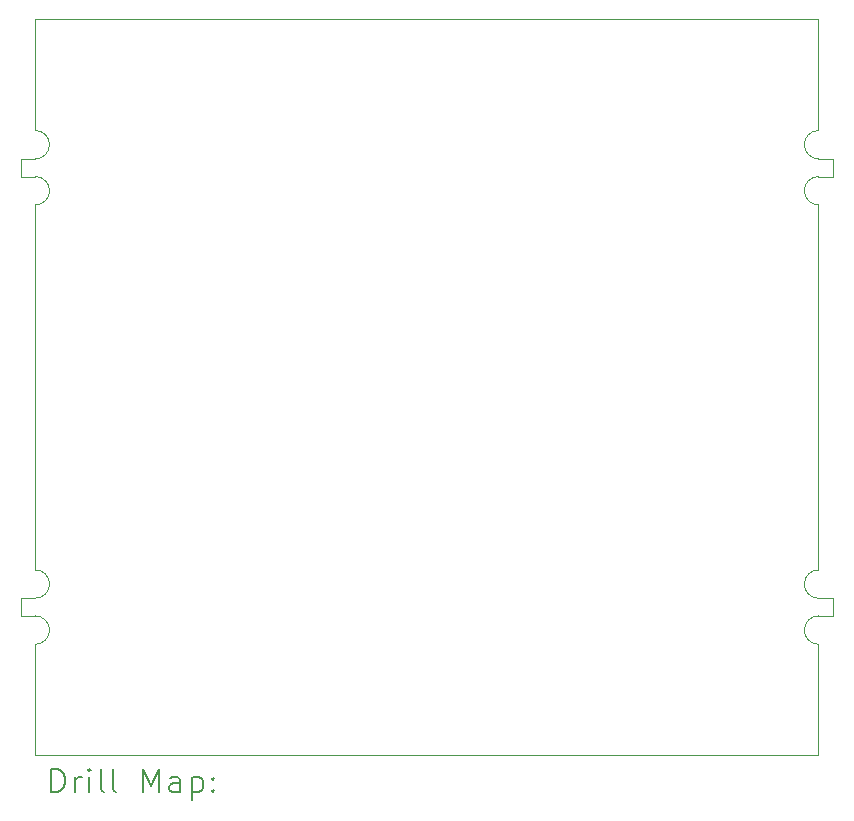
<source format=gbr>
%TF.GenerationSoftware,KiCad,Pcbnew,8.0.8*%
%TF.CreationDate,2025-02-19T14:02:05-05:00*%
%TF.ProjectId,plot_gerbers,706c6f74-5f67-4657-9262-6572732e6b69,rev?*%
%TF.SameCoordinates,Original*%
%TF.FileFunction,Drillmap*%
%TF.FilePolarity,Positive*%
%FSLAX45Y45*%
G04 Gerber Fmt 4.5, Leading zero omitted, Abs format (unit mm)*
G04 Created by KiCad (PCBNEW 8.0.8) date 2025-02-19 14:02:05*
%MOMM*%
%LPD*%
G01*
G04 APERTURE LIST*
%ADD10C,0.050000*%
%ADD11C,0.200000*%
G04 APERTURE END LIST*
D10*
X17820000Y-6835000D02*
X17820000Y-7775000D01*
X11190000Y-8015000D02*
X11065000Y-8015000D01*
X11065000Y-8165000D02*
X11065000Y-8015000D01*
X17820000Y-11495000D02*
X17820000Y-8405000D01*
X17820000Y-8015000D02*
G75*
G02*
X17700000Y-7895000I0J120000D01*
G01*
X17820000Y-12125000D02*
G75*
G02*
X17700000Y-12005000I0J120000D01*
G01*
X11310000Y-8285000D02*
G75*
G02*
X11190000Y-8405000I-120010J10D01*
G01*
X17820000Y-8405000D02*
G75*
G02*
X17700000Y-8285000I0J120000D01*
G01*
X11190000Y-6835000D02*
X17820000Y-6835000D01*
X17700000Y-11615000D02*
G75*
G02*
X17820000Y-11495000I120010J-10D01*
G01*
X17700000Y-12005000D02*
G75*
G02*
X17820000Y-11885000I120010J-10D01*
G01*
X17700000Y-7895000D02*
G75*
G02*
X17820000Y-7775000I120010J-10D01*
G01*
X17820000Y-8015000D02*
X17945000Y-8015000D01*
X11310000Y-12005000D02*
G75*
G02*
X11190000Y-12125000I-120010J10D01*
G01*
X17820000Y-13065000D02*
X17820000Y-12125000D01*
X17820000Y-11735000D02*
G75*
G02*
X17700000Y-11615000I0J120000D01*
G01*
X17700000Y-8285000D02*
G75*
G02*
X17820000Y-8165000I120010J-10D01*
G01*
X11190000Y-7775000D02*
G75*
G02*
X11310000Y-7895000I0J-120000D01*
G01*
X11310000Y-7895000D02*
G75*
G02*
X11190000Y-8015000I-120010J10D01*
G01*
X11190000Y-8165000D02*
G75*
G02*
X11310000Y-8285000I0J-120000D01*
G01*
X11190000Y-11885000D02*
X11065000Y-11885000D01*
X17820000Y-11885000D02*
X17945000Y-11885000D01*
X11065000Y-11885000D02*
X11065000Y-11735000D01*
X11190000Y-13065000D02*
X17820000Y-13065000D01*
X11190000Y-13065000D02*
X11190000Y-12125000D01*
X11190000Y-8405000D02*
X11190000Y-11495000D01*
X17820000Y-8165000D02*
X17945000Y-8165000D01*
X17945000Y-11735000D02*
X17945000Y-11885000D01*
X11310000Y-11615000D02*
G75*
G02*
X11190000Y-11735000I-120010J10D01*
G01*
X11190000Y-11495000D02*
G75*
G02*
X11310000Y-11615000I0J-120000D01*
G01*
X11190000Y-6835000D02*
X11190000Y-7775000D01*
X11190000Y-11735000D02*
X11065000Y-11735000D01*
X11190000Y-11885000D02*
G75*
G02*
X11310000Y-12005000I0J-120000D01*
G01*
X17820000Y-11735000D02*
X17945000Y-11735000D01*
X11190000Y-8165000D02*
X11065000Y-8165000D01*
X17945000Y-8015000D02*
X17945000Y-8165000D01*
D11*
X11323277Y-13378984D02*
X11323277Y-13178984D01*
X11323277Y-13178984D02*
X11370896Y-13178984D01*
X11370896Y-13178984D02*
X11399467Y-13188508D01*
X11399467Y-13188508D02*
X11418515Y-13207555D01*
X11418515Y-13207555D02*
X11428039Y-13226603D01*
X11428039Y-13226603D02*
X11437562Y-13264698D01*
X11437562Y-13264698D02*
X11437562Y-13293269D01*
X11437562Y-13293269D02*
X11428039Y-13331365D01*
X11428039Y-13331365D02*
X11418515Y-13350412D01*
X11418515Y-13350412D02*
X11399467Y-13369460D01*
X11399467Y-13369460D02*
X11370896Y-13378984D01*
X11370896Y-13378984D02*
X11323277Y-13378984D01*
X11523277Y-13378984D02*
X11523277Y-13245650D01*
X11523277Y-13283746D02*
X11532801Y-13264698D01*
X11532801Y-13264698D02*
X11542324Y-13255174D01*
X11542324Y-13255174D02*
X11561372Y-13245650D01*
X11561372Y-13245650D02*
X11580420Y-13245650D01*
X11647086Y-13378984D02*
X11647086Y-13245650D01*
X11647086Y-13178984D02*
X11637562Y-13188508D01*
X11637562Y-13188508D02*
X11647086Y-13198031D01*
X11647086Y-13198031D02*
X11656610Y-13188508D01*
X11656610Y-13188508D02*
X11647086Y-13178984D01*
X11647086Y-13178984D02*
X11647086Y-13198031D01*
X11770896Y-13378984D02*
X11751848Y-13369460D01*
X11751848Y-13369460D02*
X11742324Y-13350412D01*
X11742324Y-13350412D02*
X11742324Y-13178984D01*
X11875658Y-13378984D02*
X11856610Y-13369460D01*
X11856610Y-13369460D02*
X11847086Y-13350412D01*
X11847086Y-13350412D02*
X11847086Y-13178984D01*
X12104229Y-13378984D02*
X12104229Y-13178984D01*
X12104229Y-13178984D02*
X12170896Y-13321841D01*
X12170896Y-13321841D02*
X12237562Y-13178984D01*
X12237562Y-13178984D02*
X12237562Y-13378984D01*
X12418515Y-13378984D02*
X12418515Y-13274222D01*
X12418515Y-13274222D02*
X12408991Y-13255174D01*
X12408991Y-13255174D02*
X12389943Y-13245650D01*
X12389943Y-13245650D02*
X12351848Y-13245650D01*
X12351848Y-13245650D02*
X12332801Y-13255174D01*
X12418515Y-13369460D02*
X12399467Y-13378984D01*
X12399467Y-13378984D02*
X12351848Y-13378984D01*
X12351848Y-13378984D02*
X12332801Y-13369460D01*
X12332801Y-13369460D02*
X12323277Y-13350412D01*
X12323277Y-13350412D02*
X12323277Y-13331365D01*
X12323277Y-13331365D02*
X12332801Y-13312317D01*
X12332801Y-13312317D02*
X12351848Y-13302793D01*
X12351848Y-13302793D02*
X12399467Y-13302793D01*
X12399467Y-13302793D02*
X12418515Y-13293269D01*
X12513753Y-13245650D02*
X12513753Y-13445650D01*
X12513753Y-13255174D02*
X12532801Y-13245650D01*
X12532801Y-13245650D02*
X12570896Y-13245650D01*
X12570896Y-13245650D02*
X12589943Y-13255174D01*
X12589943Y-13255174D02*
X12599467Y-13264698D01*
X12599467Y-13264698D02*
X12608991Y-13283746D01*
X12608991Y-13283746D02*
X12608991Y-13340888D01*
X12608991Y-13340888D02*
X12599467Y-13359936D01*
X12599467Y-13359936D02*
X12589943Y-13369460D01*
X12589943Y-13369460D02*
X12570896Y-13378984D01*
X12570896Y-13378984D02*
X12532801Y-13378984D01*
X12532801Y-13378984D02*
X12513753Y-13369460D01*
X12694705Y-13359936D02*
X12704229Y-13369460D01*
X12704229Y-13369460D02*
X12694705Y-13378984D01*
X12694705Y-13378984D02*
X12685182Y-13369460D01*
X12685182Y-13369460D02*
X12694705Y-13359936D01*
X12694705Y-13359936D02*
X12694705Y-13378984D01*
X12694705Y-13255174D02*
X12704229Y-13264698D01*
X12704229Y-13264698D02*
X12694705Y-13274222D01*
X12694705Y-13274222D02*
X12685182Y-13264698D01*
X12685182Y-13264698D02*
X12694705Y-13255174D01*
X12694705Y-13255174D02*
X12694705Y-13274222D01*
M02*

</source>
